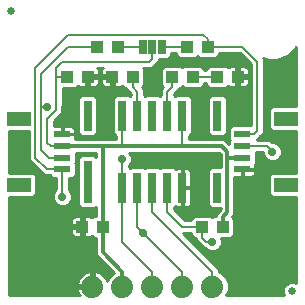
<source format=gtl>
G75*
%MOIN*%
%OFA0B0*%
%FSLAX25Y25*%
%IPPOS*%
%LPD*%
%AMOC8*
5,1,8,0,0,1.08239X$1,22.5*
%
%ADD10C,0.02500*%
%ADD11R,0.04331X0.03937*%
%ADD12R,0.02500X0.05000*%
%ADD13R,0.07874X0.04724*%
%ADD14R,0.05315X0.02362*%
%ADD15C,0.07400*%
%ADD16R,0.02756X0.10236*%
%ADD17R,0.03150X0.14173*%
%ADD18R,0.03150X0.10236*%
%ADD19C,0.00700*%
%ADD20C,0.01200*%
%ADD21C,0.00800*%
%ADD22C,0.01000*%
%ADD23C,0.02900*%
D10*
X0234833Y0048500D03*
X0141333Y0142000D03*
D11*
X0169987Y0130000D03*
X0176680Y0130000D03*
X0199987Y0130000D03*
X0206680Y0130000D03*
X0209987Y0120000D03*
X0216680Y0120000D03*
X0201680Y0120000D03*
X0194987Y0120000D03*
X0181680Y0120000D03*
X0174987Y0120000D03*
X0166680Y0120000D03*
X0159987Y0120000D03*
X0164987Y0070000D03*
X0171680Y0070000D03*
X0204987Y0070000D03*
X0211680Y0070000D03*
D12*
X0191533Y0130000D03*
X0188333Y0130000D03*
X0185133Y0130000D03*
D13*
X0143865Y0106024D03*
X0143865Y0083976D03*
X0232802Y0083976D03*
X0232802Y0106024D03*
D14*
X0218333Y0100906D03*
X0218333Y0096969D03*
X0218333Y0093031D03*
X0218333Y0089094D03*
X0158333Y0089094D03*
X0158333Y0093031D03*
X0158333Y0096969D03*
X0158333Y0100906D03*
D15*
X0168333Y0050000D03*
X0178333Y0050000D03*
X0188333Y0050000D03*
X0198333Y0050000D03*
X0208333Y0050000D03*
D16*
X0198333Y0082992D03*
X0193333Y0082992D03*
X0188333Y0082992D03*
X0183333Y0082992D03*
X0178333Y0082992D03*
X0178333Y0107008D03*
X0183333Y0107008D03*
X0188333Y0107008D03*
X0193333Y0107008D03*
X0198333Y0107008D03*
D17*
X0166680Y0084961D03*
D18*
X0209987Y0082992D03*
X0209987Y0107008D03*
X0166680Y0107008D03*
D19*
X0163333Y0115000D02*
X0158333Y0110000D01*
X0158333Y0100906D01*
X0158302Y0097000D02*
X0158333Y0096969D01*
X0153833Y0093000D02*
X0151333Y0095500D01*
X0151333Y0110000D01*
X0153333Y0110000D01*
X0151333Y0110000D02*
X0151333Y0121000D01*
X0160333Y0130000D01*
X0169987Y0130000D01*
X0176680Y0130000D02*
X0185133Y0130000D01*
X0188333Y0130000D02*
X0188333Y0126000D01*
X0187333Y0125000D02*
X0162333Y0125000D01*
X0166680Y0120000D02*
X0174987Y0120000D01*
X0174987Y0116654D01*
X0173333Y0115000D01*
X0181680Y0116654D02*
X0181680Y0120000D01*
X0181680Y0116654D02*
X0183333Y0115000D01*
X0183333Y0107008D01*
X0178333Y0107008D02*
X0178333Y0096969D01*
X0171833Y0096969D02*
X0171680Y0096815D01*
X0178333Y0093031D02*
X0178333Y0092500D01*
X0178333Y0082992D01*
X0178333Y0065000D01*
X0188333Y0075000D02*
X0188333Y0082992D01*
X0193333Y0082992D02*
X0193333Y0075000D01*
X0198333Y0070000D01*
X0204987Y0070000D01*
X0204987Y0066346D01*
X0206333Y0065000D01*
X0208333Y0065000D01*
X0203333Y0075000D02*
X0199833Y0075000D01*
X0198333Y0076500D01*
X0198333Y0082992D01*
X0218333Y0089094D02*
X0218333Y0075000D01*
X0213333Y0093000D02*
X0213365Y0093031D01*
X0218333Y0096969D02*
X0226365Y0096969D01*
X0228333Y0095000D01*
X0222239Y0100906D02*
X0218333Y0100906D01*
X0222239Y0100906D02*
X0223333Y0102000D01*
X0223333Y0125000D01*
X0218333Y0130000D01*
X0206680Y0130000D01*
X0206680Y0132654D01*
X0205333Y0134000D01*
X0160333Y0134000D01*
X0149333Y0123000D01*
X0149333Y0093000D01*
X0153239Y0089094D01*
X0158333Y0089094D01*
X0158333Y0080000D01*
X0158302Y0093000D02*
X0158333Y0093031D01*
X0153865Y0093031D01*
X0153833Y0093000D01*
X0193333Y0107008D02*
X0193333Y0115000D01*
X0194987Y0116654D01*
X0194987Y0120000D01*
X0201680Y0120000D02*
X0209987Y0120000D01*
X0216680Y0120000D02*
X0216680Y0116654D01*
X0218333Y0115000D01*
X0198333Y0107008D02*
X0198333Y0096969D01*
X0199987Y0130000D02*
X0191533Y0130000D01*
D20*
X0198333Y0096969D02*
X0178333Y0096969D01*
X0171833Y0096969D01*
X0158333Y0096969D01*
X0171680Y0096815D02*
X0171680Y0070000D01*
X0171680Y0061654D01*
X0178333Y0055000D01*
X0178333Y0050000D01*
X0211680Y0070000D02*
X0211680Y0073346D01*
X0213333Y0075000D01*
X0213333Y0093000D01*
X0213333Y0095000D01*
X0211365Y0096969D01*
X0198333Y0096969D01*
X0213365Y0093031D02*
X0218333Y0093031D01*
D21*
X0183333Y0082992D02*
X0183333Y0070000D01*
X0185333Y0068000D01*
X0198333Y0055000D01*
X0198333Y0050000D01*
X0208333Y0050000D02*
X0208333Y0055000D01*
X0188333Y0075000D01*
X0178333Y0065000D02*
X0188333Y0055000D01*
X0188333Y0050000D01*
X0158333Y0096969D02*
X0154365Y0096969D01*
X0153333Y0098000D01*
X0153333Y0106000D01*
X0156333Y0109000D01*
X0156333Y0120000D01*
X0156333Y0123000D01*
X0158333Y0125000D01*
X0162333Y0125000D01*
X0159987Y0120000D02*
X0156333Y0120000D01*
X0187333Y0125000D02*
X0188333Y0126000D01*
D22*
X0140433Y0079914D02*
X0140433Y0047100D01*
X0164013Y0047100D01*
X0163886Y0047275D01*
X0163514Y0048004D01*
X0163261Y0048782D01*
X0163148Y0049500D01*
X0167833Y0049500D01*
X0167833Y0050500D01*
X0163148Y0050500D01*
X0163261Y0051218D01*
X0163514Y0051996D01*
X0163886Y0052725D01*
X0164367Y0053388D01*
X0164946Y0053966D01*
X0165608Y0054447D01*
X0166337Y0054819D01*
X0167116Y0055072D01*
X0167833Y0055186D01*
X0167833Y0050500D01*
X0168833Y0050500D01*
X0168833Y0055186D01*
X0169551Y0055072D01*
X0170329Y0054819D01*
X0171059Y0054447D01*
X0171721Y0053966D01*
X0172300Y0053388D01*
X0172781Y0052725D01*
X0173152Y0051996D01*
X0173224Y0051776D01*
X0173755Y0053059D01*
X0175274Y0054578D01*
X0175436Y0054645D01*
X0170727Y0059354D01*
X0170727Y0059354D01*
X0169380Y0060701D01*
X0169380Y0066331D01*
X0168810Y0066331D01*
X0168192Y0066950D01*
X0168073Y0066831D01*
X0167731Y0066634D01*
X0167350Y0066531D01*
X0165471Y0066531D01*
X0165471Y0069516D01*
X0164503Y0069516D01*
X0164503Y0066531D01*
X0162624Y0066531D01*
X0162243Y0066634D01*
X0161900Y0066831D01*
X0161621Y0067110D01*
X0161424Y0067453D01*
X0161322Y0067834D01*
X0161322Y0069516D01*
X0164503Y0069516D01*
X0164503Y0070484D01*
X0161322Y0070484D01*
X0161322Y0072166D01*
X0161424Y0072547D01*
X0161621Y0072890D01*
X0161900Y0073169D01*
X0162243Y0073366D01*
X0162624Y0073468D01*
X0164503Y0073468D01*
X0164503Y0070484D01*
X0165471Y0070484D01*
X0165471Y0073468D01*
X0167350Y0073468D01*
X0167731Y0073366D01*
X0168073Y0073169D01*
X0168192Y0073050D01*
X0168810Y0073668D01*
X0169380Y0073668D01*
X0169380Y0076595D01*
X0168959Y0076174D01*
X0164401Y0076174D01*
X0163405Y0077170D01*
X0163405Y0092751D01*
X0164401Y0093747D01*
X0168959Y0093747D01*
X0169380Y0093326D01*
X0169380Y0094669D01*
X0162691Y0094669D01*
X0162691Y0091146D01*
X0162608Y0091063D01*
X0162691Y0090980D01*
X0162691Y0087209D01*
X0161695Y0086213D01*
X0160383Y0086213D01*
X0160383Y0082405D01*
X0161004Y0081784D01*
X0161483Y0080627D01*
X0161483Y0079373D01*
X0161004Y0078216D01*
X0160118Y0077330D01*
X0158960Y0076850D01*
X0157707Y0076850D01*
X0156549Y0077330D01*
X0155663Y0078216D01*
X0155183Y0079373D01*
X0155183Y0080627D01*
X0155663Y0081784D01*
X0156283Y0082405D01*
X0156283Y0086213D01*
X0154972Y0086213D01*
X0154141Y0087044D01*
X0152390Y0087044D01*
X0151189Y0088245D01*
X0147283Y0092151D01*
X0147283Y0101961D01*
X0140433Y0101961D01*
X0140433Y0088039D01*
X0148506Y0088039D01*
X0149502Y0087043D01*
X0149502Y0080910D01*
X0148506Y0079914D01*
X0140433Y0079914D01*
X0140433Y0078949D02*
X0155359Y0078949D01*
X0155183Y0079948D02*
X0148540Y0079948D01*
X0149502Y0080946D02*
X0155316Y0080946D01*
X0155823Y0081945D02*
X0149502Y0081945D01*
X0149502Y0082943D02*
X0156283Y0082943D01*
X0156283Y0083942D02*
X0149502Y0083942D01*
X0149502Y0084940D02*
X0156283Y0084940D01*
X0156283Y0085939D02*
X0149502Y0085939D01*
X0149502Y0086937D02*
X0154248Y0086937D01*
X0151498Y0087936D02*
X0148609Y0087936D01*
X0150500Y0088934D02*
X0140433Y0088934D01*
X0140433Y0089933D02*
X0149501Y0089933D01*
X0148503Y0090932D02*
X0140433Y0090932D01*
X0140433Y0091930D02*
X0147504Y0091930D01*
X0147283Y0092929D02*
X0140433Y0092929D01*
X0140433Y0093927D02*
X0147283Y0093927D01*
X0147283Y0094926D02*
X0140433Y0094926D01*
X0140433Y0095924D02*
X0147283Y0095924D01*
X0147283Y0096923D02*
X0140433Y0096923D01*
X0140433Y0097921D02*
X0147283Y0097921D01*
X0147283Y0098920D02*
X0140433Y0098920D01*
X0140433Y0099918D02*
X0147283Y0099918D01*
X0147283Y0100917D02*
X0140433Y0100917D01*
X0140433Y0101915D02*
X0147283Y0101915D01*
X0155433Y0103575D02*
X0155433Y0105130D01*
X0157203Y0106900D01*
X0158433Y0108130D01*
X0158433Y0116331D01*
X0162856Y0116331D01*
X0163475Y0116950D01*
X0163593Y0116831D01*
X0163935Y0116634D01*
X0164317Y0116531D01*
X0166196Y0116531D01*
X0166196Y0119516D01*
X0167164Y0119516D01*
X0167164Y0120484D01*
X0170345Y0120484D01*
X0170345Y0122166D01*
X0170243Y0122547D01*
X0170045Y0122890D01*
X0169985Y0122950D01*
X0171682Y0122950D01*
X0171621Y0122890D01*
X0171424Y0122547D01*
X0171322Y0122166D01*
X0171322Y0120484D01*
X0174503Y0120484D01*
X0174503Y0119516D01*
X0175471Y0119516D01*
X0175471Y0116531D01*
X0177350Y0116531D01*
X0177731Y0116634D01*
X0178073Y0116831D01*
X0178192Y0116950D01*
X0178810Y0116331D01*
X0179630Y0116331D01*
X0179630Y0115804D01*
X0181283Y0114151D01*
X0181283Y0113826D01*
X0181251Y0113826D01*
X0180833Y0113408D01*
X0180415Y0113826D01*
X0176251Y0113826D01*
X0175255Y0112830D01*
X0175255Y0101186D01*
X0176251Y0100190D01*
X0176283Y0100190D01*
X0176283Y0099268D01*
X0162422Y0099268D01*
X0162491Y0099527D01*
X0162491Y0100815D01*
X0158424Y0100815D01*
X0158424Y0100996D01*
X0162491Y0100996D01*
X0162491Y0102284D01*
X0162389Y0102666D01*
X0162191Y0103008D01*
X0161912Y0103287D01*
X0161570Y0103484D01*
X0161188Y0103587D01*
X0158424Y0103587D01*
X0158424Y0100996D01*
X0158243Y0100996D01*
X0158243Y0103587D01*
X0155478Y0103587D01*
X0155433Y0103575D01*
X0155433Y0103912D02*
X0163405Y0103912D01*
X0163405Y0102914D02*
X0162245Y0102914D01*
X0162491Y0101915D02*
X0163405Y0101915D01*
X0163405Y0101186D02*
X0164401Y0100190D01*
X0168959Y0100190D01*
X0169955Y0101186D01*
X0169955Y0112830D01*
X0168959Y0113826D01*
X0164401Y0113826D01*
X0163405Y0112830D01*
X0163405Y0101186D01*
X0163674Y0100917D02*
X0158424Y0100917D01*
X0158424Y0101915D02*
X0158243Y0101915D01*
X0158243Y0102914D02*
X0158424Y0102914D01*
X0155433Y0104911D02*
X0163405Y0104911D01*
X0163405Y0105909D02*
X0156212Y0105909D01*
X0157211Y0106908D02*
X0163405Y0106908D01*
X0163405Y0107906D02*
X0158209Y0107906D01*
X0158433Y0108905D02*
X0163405Y0108905D01*
X0163405Y0109903D02*
X0158433Y0109903D01*
X0158433Y0110902D02*
X0163405Y0110902D01*
X0163405Y0111900D02*
X0158433Y0111900D01*
X0158433Y0112899D02*
X0163474Y0112899D01*
X0169886Y0112899D02*
X0175324Y0112899D01*
X0175255Y0111900D02*
X0169955Y0111900D01*
X0169955Y0110902D02*
X0175255Y0110902D01*
X0175255Y0109903D02*
X0169955Y0109903D01*
X0169955Y0108905D02*
X0175255Y0108905D01*
X0175255Y0107906D02*
X0169955Y0107906D01*
X0169955Y0106908D02*
X0175255Y0106908D01*
X0175255Y0105909D02*
X0169955Y0105909D01*
X0169955Y0104911D02*
X0175255Y0104911D01*
X0175255Y0103912D02*
X0169955Y0103912D01*
X0169955Y0102914D02*
X0175255Y0102914D01*
X0175255Y0101915D02*
X0169955Y0101915D01*
X0169686Y0100917D02*
X0175524Y0100917D01*
X0176283Y0099918D02*
X0162491Y0099918D01*
X0162691Y0093927D02*
X0169380Y0093927D01*
X0163582Y0092929D02*
X0162691Y0092929D01*
X0162691Y0091930D02*
X0163405Y0091930D01*
X0163405Y0090932D02*
X0162691Y0090932D01*
X0162691Y0089933D02*
X0163405Y0089933D01*
X0163405Y0088934D02*
X0162691Y0088934D01*
X0162691Y0087936D02*
X0163405Y0087936D01*
X0163405Y0086937D02*
X0162419Y0086937D01*
X0163405Y0085939D02*
X0160383Y0085939D01*
X0160383Y0084940D02*
X0163405Y0084940D01*
X0163405Y0083942D02*
X0160383Y0083942D01*
X0160383Y0082943D02*
X0163405Y0082943D01*
X0163405Y0081945D02*
X0160843Y0081945D01*
X0161351Y0080946D02*
X0163405Y0080946D01*
X0163405Y0079948D02*
X0161483Y0079948D01*
X0161308Y0078949D02*
X0163405Y0078949D01*
X0163405Y0077951D02*
X0160739Y0077951D01*
X0159207Y0076952D02*
X0163622Y0076952D01*
X0169380Y0075954D02*
X0140433Y0075954D01*
X0140433Y0076952D02*
X0157460Y0076952D01*
X0155928Y0077951D02*
X0140433Y0077951D01*
X0140433Y0074955D02*
X0169380Y0074955D01*
X0169380Y0073957D02*
X0140433Y0073957D01*
X0140433Y0072958D02*
X0161690Y0072958D01*
X0161322Y0071960D02*
X0140433Y0071960D01*
X0140433Y0070961D02*
X0161322Y0070961D01*
X0161322Y0068964D02*
X0140433Y0068964D01*
X0140433Y0067966D02*
X0161322Y0067966D01*
X0161764Y0066967D02*
X0140433Y0066967D01*
X0140433Y0065969D02*
X0169380Y0065969D01*
X0169380Y0064970D02*
X0140433Y0064970D01*
X0140433Y0063972D02*
X0169380Y0063972D01*
X0169380Y0062973D02*
X0140433Y0062973D01*
X0140433Y0061975D02*
X0169380Y0061975D01*
X0169380Y0060976D02*
X0140433Y0060976D01*
X0140433Y0059978D02*
X0170103Y0059978D01*
X0171101Y0058979D02*
X0140433Y0058979D01*
X0140433Y0057981D02*
X0172100Y0057981D01*
X0173099Y0056982D02*
X0140433Y0056982D01*
X0140433Y0055984D02*
X0174097Y0055984D01*
X0175096Y0054985D02*
X0169818Y0054985D01*
X0168833Y0054985D02*
X0167833Y0054985D01*
X0166848Y0054985D02*
X0140433Y0054985D01*
X0140433Y0053987D02*
X0164974Y0053987D01*
X0164077Y0052988D02*
X0140433Y0052988D01*
X0140433Y0051990D02*
X0163512Y0051990D01*
X0163225Y0050991D02*
X0140433Y0050991D01*
X0140433Y0049993D02*
X0167833Y0049993D01*
X0167833Y0050991D02*
X0168833Y0050991D01*
X0168833Y0051990D02*
X0167833Y0051990D01*
X0167833Y0052988D02*
X0168833Y0052988D01*
X0168833Y0053987D02*
X0167833Y0053987D01*
X0171693Y0053987D02*
X0174683Y0053987D01*
X0173726Y0052988D02*
X0172590Y0052988D01*
X0173154Y0051990D02*
X0173313Y0051990D01*
X0163519Y0047996D02*
X0140433Y0047996D01*
X0140433Y0048994D02*
X0163228Y0048994D01*
X0200334Y0065969D02*
X0202937Y0065969D01*
X0202937Y0066331D02*
X0202937Y0065497D01*
X0204283Y0064151D01*
X0205484Y0062950D01*
X0205929Y0062950D01*
X0206549Y0062330D01*
X0207707Y0061850D01*
X0208960Y0061850D01*
X0210118Y0062330D01*
X0211004Y0063216D01*
X0211483Y0064373D01*
X0211483Y0065627D01*
X0211191Y0066331D01*
X0214549Y0066331D01*
X0215545Y0067327D01*
X0215545Y0072673D01*
X0214902Y0073316D01*
X0215633Y0074047D01*
X0215633Y0086413D01*
X0218243Y0086413D01*
X0218243Y0089004D01*
X0218424Y0089004D01*
X0218424Y0089185D01*
X0222491Y0089185D01*
X0222491Y0090473D01*
X0222391Y0090846D01*
X0222691Y0091146D01*
X0222691Y0094917D01*
X0222689Y0094919D01*
X0225183Y0094919D01*
X0225183Y0094373D01*
X0225663Y0093216D01*
X0226549Y0092330D01*
X0227707Y0091850D01*
X0228960Y0091850D01*
X0230118Y0092330D01*
X0231004Y0093216D01*
X0231483Y0094373D01*
X0231483Y0095627D01*
X0231004Y0096784D01*
X0230118Y0097670D01*
X0228960Y0098150D01*
X0228082Y0098150D01*
X0227214Y0099018D01*
X0223251Y0099018D01*
X0224289Y0100056D01*
X0225383Y0101151D01*
X0225383Y0125849D01*
X0225035Y0126197D01*
X0226676Y0125600D01*
X0229991Y0125600D01*
X0233106Y0126734D01*
X0235645Y0128865D01*
X0236233Y0129883D01*
X0236233Y0110086D01*
X0228161Y0110086D01*
X0227165Y0109090D01*
X0227165Y0102957D01*
X0228161Y0101961D01*
X0236233Y0101961D01*
X0236233Y0088039D01*
X0228161Y0088039D01*
X0227165Y0087043D01*
X0227165Y0080910D01*
X0228161Y0079914D01*
X0236233Y0079914D01*
X0236233Y0051113D01*
X0235420Y0051450D01*
X0234247Y0051450D01*
X0233162Y0051001D01*
X0232332Y0050171D01*
X0231883Y0049087D01*
X0231883Y0047913D01*
X0232220Y0047100D01*
X0212977Y0047100D01*
X0213733Y0048926D01*
X0213733Y0051074D01*
X0212911Y0053059D01*
X0211392Y0054578D01*
X0210433Y0054975D01*
X0210433Y0055870D01*
X0209203Y0057100D01*
X0198353Y0067950D01*
X0201122Y0067950D01*
X0201122Y0067327D01*
X0202117Y0066331D01*
X0202937Y0066331D01*
X0203464Y0064970D02*
X0201333Y0064970D01*
X0202331Y0063972D02*
X0204462Y0063972D01*
X0205461Y0062973D02*
X0203330Y0062973D01*
X0204328Y0061975D02*
X0207406Y0061975D01*
X0209261Y0061975D02*
X0236233Y0061975D01*
X0236233Y0062973D02*
X0210761Y0062973D01*
X0211317Y0063972D02*
X0236233Y0063972D01*
X0236233Y0064970D02*
X0211483Y0064970D01*
X0211342Y0065969D02*
X0236233Y0065969D01*
X0236233Y0066967D02*
X0215185Y0066967D01*
X0215545Y0067966D02*
X0236233Y0067966D01*
X0236233Y0068964D02*
X0215545Y0068964D01*
X0215545Y0069963D02*
X0236233Y0069963D01*
X0236233Y0070961D02*
X0215545Y0070961D01*
X0215545Y0071960D02*
X0236233Y0071960D01*
X0236233Y0072958D02*
X0215259Y0072958D01*
X0215543Y0073957D02*
X0236233Y0073957D01*
X0236233Y0074955D02*
X0215633Y0074955D01*
X0215633Y0075954D02*
X0236233Y0075954D01*
X0236233Y0076952D02*
X0215633Y0076952D01*
X0215633Y0077951D02*
X0236233Y0077951D01*
X0236233Y0078949D02*
X0215633Y0078949D01*
X0215633Y0079948D02*
X0228127Y0079948D01*
X0227165Y0080946D02*
X0215633Y0080946D01*
X0215633Y0081945D02*
X0227165Y0081945D01*
X0227165Y0082943D02*
X0215633Y0082943D01*
X0215633Y0083942D02*
X0227165Y0083942D01*
X0227165Y0084940D02*
X0215633Y0084940D01*
X0215633Y0085939D02*
X0227165Y0085939D01*
X0227165Y0086937D02*
X0222136Y0086937D01*
X0222191Y0086992D02*
X0222389Y0087334D01*
X0222491Y0087716D01*
X0222491Y0089004D01*
X0218424Y0089004D01*
X0218424Y0086413D01*
X0221188Y0086413D01*
X0221570Y0086516D01*
X0221912Y0086713D01*
X0222191Y0086992D01*
X0222491Y0087936D02*
X0228058Y0087936D01*
X0222491Y0088934D02*
X0236233Y0088934D01*
X0236233Y0089933D02*
X0222491Y0089933D01*
X0222476Y0090932D02*
X0236233Y0090932D01*
X0236233Y0091930D02*
X0229153Y0091930D01*
X0227514Y0091930D02*
X0222691Y0091930D01*
X0222691Y0092929D02*
X0225950Y0092929D01*
X0225368Y0093927D02*
X0222691Y0093927D01*
X0229512Y0097921D02*
X0236233Y0097921D01*
X0236233Y0096923D02*
X0230866Y0096923D01*
X0231360Y0095924D02*
X0236233Y0095924D01*
X0236233Y0094926D02*
X0231483Y0094926D01*
X0231298Y0093927D02*
X0236233Y0093927D01*
X0236233Y0092929D02*
X0230717Y0092929D01*
X0218424Y0088934D02*
X0218243Y0088934D01*
X0218243Y0087936D02*
X0218424Y0087936D01*
X0218424Y0086937D02*
X0218243Y0086937D01*
X0211033Y0089810D02*
X0207708Y0089810D01*
X0206712Y0088814D01*
X0206712Y0077170D01*
X0207708Y0076174D01*
X0211033Y0076174D01*
X0211033Y0075953D01*
X0209380Y0074299D01*
X0209380Y0073668D01*
X0208810Y0073668D01*
X0208333Y0073192D01*
X0207856Y0073668D01*
X0202117Y0073668D01*
X0201122Y0072673D01*
X0201122Y0072050D01*
X0199182Y0072050D01*
X0195383Y0075849D01*
X0195383Y0076174D01*
X0195415Y0076174D01*
X0195975Y0076733D01*
X0196034Y0076674D01*
X0196376Y0076476D01*
X0196758Y0076374D01*
X0198144Y0076374D01*
X0198144Y0082803D01*
X0198522Y0082803D01*
X0198522Y0076374D01*
X0199909Y0076374D01*
X0200290Y0076476D01*
X0200632Y0076674D01*
X0200912Y0076953D01*
X0201109Y0077295D01*
X0201211Y0077677D01*
X0201211Y0082803D01*
X0198522Y0082803D01*
X0198522Y0083181D01*
X0198144Y0083181D01*
X0198144Y0089610D01*
X0196758Y0089610D01*
X0196376Y0089508D01*
X0196034Y0089311D01*
X0195975Y0089251D01*
X0195415Y0089810D01*
X0191251Y0089810D01*
X0190833Y0089392D01*
X0190415Y0089810D01*
X0186251Y0089810D01*
X0185833Y0089392D01*
X0185415Y0089810D01*
X0181251Y0089810D01*
X0180833Y0089392D01*
X0180415Y0089810D01*
X0180383Y0089810D01*
X0180383Y0090095D01*
X0181004Y0090716D01*
X0181483Y0091873D01*
X0181483Y0093127D01*
X0181004Y0094284D01*
X0180620Y0094669D01*
X0210412Y0094669D01*
X0211033Y0094047D01*
X0211033Y0089810D01*
X0211033Y0089933D02*
X0180383Y0089933D01*
X0181093Y0090932D02*
X0211033Y0090932D01*
X0211033Y0091930D02*
X0181483Y0091930D01*
X0181483Y0092929D02*
X0211033Y0092929D01*
X0211033Y0093927D02*
X0181152Y0093927D01*
X0198144Y0088934D02*
X0198522Y0088934D01*
X0198522Y0089610D02*
X0198522Y0083181D01*
X0201211Y0083181D01*
X0201211Y0088308D01*
X0201109Y0088689D01*
X0200912Y0089031D01*
X0200632Y0089311D01*
X0200290Y0089508D01*
X0199909Y0089610D01*
X0198522Y0089610D01*
X0198522Y0087936D02*
X0198144Y0087936D01*
X0198144Y0086937D02*
X0198522Y0086937D01*
X0198522Y0085939D02*
X0198144Y0085939D01*
X0198144Y0084940D02*
X0198522Y0084940D01*
X0198522Y0083942D02*
X0198144Y0083942D01*
X0198522Y0082943D02*
X0206712Y0082943D01*
X0206712Y0081945D02*
X0201211Y0081945D01*
X0201211Y0080946D02*
X0206712Y0080946D01*
X0206712Y0079948D02*
X0201211Y0079948D01*
X0201211Y0078949D02*
X0206712Y0078949D01*
X0206712Y0077951D02*
X0201211Y0077951D01*
X0200911Y0076952D02*
X0206930Y0076952D01*
X0210036Y0074955D02*
X0196277Y0074955D01*
X0195383Y0075954D02*
X0211033Y0075954D01*
X0209380Y0073957D02*
X0197276Y0073957D01*
X0198274Y0072958D02*
X0201407Y0072958D01*
X0198522Y0076952D02*
X0198144Y0076952D01*
X0198144Y0077951D02*
X0198522Y0077951D01*
X0198522Y0078949D02*
X0198144Y0078949D01*
X0198144Y0079948D02*
X0198522Y0079948D01*
X0198522Y0080946D02*
X0198144Y0080946D01*
X0198144Y0081945D02*
X0198522Y0081945D01*
X0201211Y0083942D02*
X0206712Y0083942D01*
X0206712Y0084940D02*
X0201211Y0084940D01*
X0201211Y0085939D02*
X0206712Y0085939D01*
X0206712Y0086937D02*
X0201211Y0086937D01*
X0201211Y0087936D02*
X0206712Y0087936D01*
X0206832Y0088934D02*
X0200967Y0088934D01*
X0212318Y0099268D02*
X0213976Y0097610D01*
X0213976Y0098854D01*
X0214059Y0098937D01*
X0213976Y0099020D01*
X0213976Y0102791D01*
X0214972Y0103787D01*
X0221283Y0103787D01*
X0221283Y0124151D01*
X0217484Y0127950D01*
X0210545Y0127950D01*
X0210545Y0127327D01*
X0209549Y0126331D01*
X0203810Y0126331D01*
X0203333Y0126808D01*
X0202856Y0126331D01*
X0197117Y0126331D01*
X0196122Y0127327D01*
X0196122Y0127950D01*
X0194483Y0127950D01*
X0194483Y0126796D01*
X0193487Y0125800D01*
X0190433Y0125800D01*
X0190433Y0125130D01*
X0188203Y0122900D01*
X0186463Y0122900D01*
X0186413Y0122950D01*
X0185268Y0122950D01*
X0185545Y0122673D01*
X0185545Y0117327D01*
X0184725Y0116507D01*
X0185383Y0115849D01*
X0185383Y0113826D01*
X0185415Y0113826D01*
X0185833Y0113408D01*
X0186251Y0113826D01*
X0190415Y0113826D01*
X0190833Y0113408D01*
X0191251Y0113826D01*
X0191283Y0113826D01*
X0191283Y0115849D01*
X0191942Y0116507D01*
X0191122Y0117327D01*
X0191122Y0122673D01*
X0192117Y0123668D01*
X0197856Y0123668D01*
X0198333Y0123192D01*
X0198810Y0123668D01*
X0204549Y0123668D01*
X0205545Y0122673D01*
X0205545Y0122050D01*
X0206122Y0122050D01*
X0206122Y0122673D01*
X0207117Y0123668D01*
X0212856Y0123668D01*
X0213475Y0123050D01*
X0213593Y0123169D01*
X0213935Y0123366D01*
X0214317Y0123468D01*
X0216196Y0123468D01*
X0216196Y0120484D01*
X0217164Y0120484D01*
X0220345Y0120484D01*
X0220345Y0122166D01*
X0220243Y0122547D01*
X0220045Y0122890D01*
X0219766Y0123169D01*
X0219424Y0123366D01*
X0219043Y0123468D01*
X0217164Y0123468D01*
X0217164Y0120484D01*
X0217164Y0119516D01*
X0220345Y0119516D01*
X0220345Y0117834D01*
X0220243Y0117453D01*
X0220045Y0117110D01*
X0219766Y0116831D01*
X0219424Y0116634D01*
X0219043Y0116531D01*
X0217164Y0116531D01*
X0217164Y0119516D01*
X0216196Y0119516D01*
X0216196Y0116531D01*
X0214317Y0116531D01*
X0213935Y0116634D01*
X0213593Y0116831D01*
X0213475Y0116950D01*
X0212856Y0116331D01*
X0207117Y0116331D01*
X0206122Y0117327D01*
X0206122Y0117950D01*
X0205545Y0117950D01*
X0205545Y0117327D01*
X0204549Y0116331D01*
X0198810Y0116331D01*
X0198333Y0116808D01*
X0197856Y0116331D01*
X0197037Y0116331D01*
X0197037Y0115804D01*
X0195383Y0114151D01*
X0195383Y0113826D01*
X0195415Y0113826D01*
X0195833Y0113408D01*
X0196251Y0113826D01*
X0200415Y0113826D01*
X0201411Y0112830D01*
X0201411Y0101186D01*
X0200415Y0100190D01*
X0200383Y0100190D01*
X0200383Y0099268D01*
X0212318Y0099268D01*
X0212666Y0098920D02*
X0214042Y0098920D01*
X0213976Y0099918D02*
X0200383Y0099918D01*
X0201142Y0100917D02*
X0206981Y0100917D01*
X0206712Y0101186D02*
X0207708Y0100190D01*
X0212266Y0100190D01*
X0213262Y0101186D01*
X0213262Y0112830D01*
X0212266Y0113826D01*
X0207708Y0113826D01*
X0206712Y0112830D01*
X0206712Y0101186D01*
X0206712Y0101915D02*
X0201411Y0101915D01*
X0201411Y0102914D02*
X0206712Y0102914D01*
X0206712Y0103912D02*
X0201411Y0103912D01*
X0201411Y0104911D02*
X0206712Y0104911D01*
X0206712Y0105909D02*
X0201411Y0105909D01*
X0201411Y0106908D02*
X0206712Y0106908D01*
X0206712Y0107906D02*
X0201411Y0107906D01*
X0201411Y0108905D02*
X0206712Y0108905D01*
X0206712Y0109903D02*
X0201411Y0109903D01*
X0201411Y0110902D02*
X0206712Y0110902D01*
X0206712Y0111900D02*
X0201411Y0111900D01*
X0201343Y0112899D02*
X0206781Y0112899D01*
X0213193Y0112899D02*
X0221283Y0112899D01*
X0221283Y0113897D02*
X0195383Y0113897D01*
X0196128Y0114896D02*
X0221283Y0114896D01*
X0221283Y0115894D02*
X0197037Y0115894D01*
X0191556Y0116893D02*
X0185111Y0116893D01*
X0185338Y0115894D02*
X0191329Y0115894D01*
X0191283Y0114896D02*
X0185383Y0114896D01*
X0185383Y0113897D02*
X0191283Y0113897D01*
X0191122Y0117891D02*
X0185545Y0117891D01*
X0185545Y0118890D02*
X0191122Y0118890D01*
X0191122Y0119888D02*
X0185545Y0119888D01*
X0185545Y0120887D02*
X0191122Y0120887D01*
X0191122Y0121885D02*
X0185545Y0121885D01*
X0185334Y0122884D02*
X0191333Y0122884D01*
X0190184Y0124881D02*
X0220553Y0124881D01*
X0221283Y0123882D02*
X0189186Y0123882D01*
X0193567Y0125879D02*
X0219555Y0125879D01*
X0218556Y0126878D02*
X0210096Y0126878D01*
X0210545Y0127876D02*
X0217558Y0127876D01*
X0225353Y0125879D02*
X0225908Y0125879D01*
X0225383Y0124881D02*
X0236233Y0124881D01*
X0236233Y0125879D02*
X0230758Y0125879D01*
X0233106Y0126734D02*
X0233106Y0126734D01*
X0233278Y0126878D02*
X0236233Y0126878D01*
X0236233Y0127876D02*
X0234468Y0127876D01*
X0235645Y0128865D02*
X0235645Y0128865D01*
X0235645Y0128865D01*
X0235651Y0128875D02*
X0236233Y0128875D01*
X0236228Y0129873D02*
X0236233Y0129873D01*
X0236233Y0123882D02*
X0225383Y0123882D01*
X0225383Y0122884D02*
X0236233Y0122884D01*
X0236233Y0121885D02*
X0225383Y0121885D01*
X0225383Y0120887D02*
X0236233Y0120887D01*
X0236233Y0119888D02*
X0225383Y0119888D01*
X0225383Y0118890D02*
X0236233Y0118890D01*
X0236233Y0117891D02*
X0225383Y0117891D01*
X0225383Y0116893D02*
X0236233Y0116893D01*
X0236233Y0115894D02*
X0225383Y0115894D01*
X0225383Y0114896D02*
X0236233Y0114896D01*
X0236233Y0113897D02*
X0225383Y0113897D01*
X0225383Y0112899D02*
X0236233Y0112899D01*
X0236233Y0111900D02*
X0225383Y0111900D01*
X0225383Y0110902D02*
X0236233Y0110902D01*
X0227978Y0109903D02*
X0225383Y0109903D01*
X0225383Y0108905D02*
X0227165Y0108905D01*
X0227165Y0107906D02*
X0225383Y0107906D01*
X0225383Y0106908D02*
X0227165Y0106908D01*
X0227165Y0105909D02*
X0225383Y0105909D01*
X0225383Y0104911D02*
X0227165Y0104911D01*
X0227165Y0103912D02*
X0225383Y0103912D01*
X0225383Y0102914D02*
X0227208Y0102914D01*
X0225383Y0101915D02*
X0236233Y0101915D01*
X0236233Y0100917D02*
X0225149Y0100917D01*
X0224151Y0099918D02*
X0236233Y0099918D01*
X0236233Y0098920D02*
X0227313Y0098920D01*
X0221283Y0103912D02*
X0213262Y0103912D01*
X0213262Y0102914D02*
X0214099Y0102914D01*
X0213976Y0101915D02*
X0213262Y0101915D01*
X0212993Y0100917D02*
X0213976Y0100917D01*
X0213976Y0097921D02*
X0213665Y0097921D01*
X0213262Y0104911D02*
X0221283Y0104911D01*
X0221283Y0105909D02*
X0213262Y0105909D01*
X0213262Y0106908D02*
X0221283Y0106908D01*
X0221283Y0107906D02*
X0213262Y0107906D01*
X0213262Y0108905D02*
X0221283Y0108905D01*
X0221283Y0109903D02*
X0213262Y0109903D01*
X0213262Y0110902D02*
X0221283Y0110902D01*
X0221283Y0111900D02*
X0213262Y0111900D01*
X0213418Y0116893D02*
X0213532Y0116893D01*
X0216196Y0116893D02*
X0217164Y0116893D01*
X0217164Y0117891D02*
X0216196Y0117891D01*
X0216196Y0118890D02*
X0217164Y0118890D01*
X0217164Y0119888D02*
X0221283Y0119888D01*
X0221283Y0118890D02*
X0220345Y0118890D01*
X0220345Y0117891D02*
X0221283Y0117891D01*
X0221283Y0116893D02*
X0219828Y0116893D01*
X0220345Y0120887D02*
X0221283Y0120887D01*
X0221283Y0121885D02*
X0220345Y0121885D01*
X0220049Y0122884D02*
X0221283Y0122884D01*
X0217164Y0122884D02*
X0216196Y0122884D01*
X0216196Y0121885D02*
X0217164Y0121885D01*
X0217164Y0120887D02*
X0216196Y0120887D01*
X0206556Y0116893D02*
X0205111Y0116893D01*
X0205545Y0117891D02*
X0206122Y0117891D01*
X0206333Y0122884D02*
X0205334Y0122884D01*
X0196571Y0126878D02*
X0194483Y0126878D01*
X0194483Y0127876D02*
X0196122Y0127876D01*
X0175471Y0118890D02*
X0174503Y0118890D01*
X0174503Y0119516D02*
X0174503Y0116531D01*
X0172624Y0116531D01*
X0172243Y0116634D01*
X0171900Y0116831D01*
X0171621Y0117110D01*
X0171424Y0117453D01*
X0171322Y0117834D01*
X0171322Y0119516D01*
X0174503Y0119516D01*
X0174503Y0119888D02*
X0167164Y0119888D01*
X0167164Y0119516D02*
X0170345Y0119516D01*
X0170345Y0117834D01*
X0170243Y0117453D01*
X0170045Y0117110D01*
X0169766Y0116831D01*
X0169424Y0116634D01*
X0169043Y0116531D01*
X0167164Y0116531D01*
X0167164Y0119516D01*
X0167164Y0118890D02*
X0166196Y0118890D01*
X0166196Y0117891D02*
X0167164Y0117891D01*
X0167164Y0116893D02*
X0166196Y0116893D01*
X0163532Y0116893D02*
X0163418Y0116893D01*
X0169828Y0116893D02*
X0171839Y0116893D01*
X0171322Y0117891D02*
X0170345Y0117891D01*
X0170345Y0118890D02*
X0171322Y0118890D01*
X0171322Y0120887D02*
X0170345Y0120887D01*
X0170345Y0121885D02*
X0171322Y0121885D01*
X0171618Y0122884D02*
X0170049Y0122884D01*
X0174503Y0117891D02*
X0175471Y0117891D01*
X0175471Y0116893D02*
X0174503Y0116893D01*
X0178135Y0116893D02*
X0178249Y0116893D01*
X0179630Y0115894D02*
X0158433Y0115894D01*
X0158433Y0114896D02*
X0180538Y0114896D01*
X0181283Y0113897D02*
X0158433Y0113897D01*
X0164503Y0072958D02*
X0165471Y0072958D01*
X0165471Y0071960D02*
X0164503Y0071960D01*
X0164503Y0070961D02*
X0165471Y0070961D01*
X0164503Y0069963D02*
X0140433Y0069963D01*
X0164503Y0068964D02*
X0165471Y0068964D01*
X0165471Y0067966D02*
X0164503Y0067966D01*
X0164503Y0066967D02*
X0165471Y0066967D01*
X0199336Y0066967D02*
X0201482Y0066967D01*
X0205327Y0060976D02*
X0236233Y0060976D01*
X0236233Y0059978D02*
X0206325Y0059978D01*
X0207324Y0058979D02*
X0236233Y0058979D01*
X0236233Y0057981D02*
X0208323Y0057981D01*
X0209203Y0057100D02*
X0209203Y0057100D01*
X0209321Y0056982D02*
X0236233Y0056982D01*
X0236233Y0055984D02*
X0210320Y0055984D01*
X0210433Y0054985D02*
X0236233Y0054985D01*
X0236233Y0053987D02*
X0211983Y0053987D01*
X0212941Y0052988D02*
X0236233Y0052988D01*
X0236233Y0051990D02*
X0213354Y0051990D01*
X0213733Y0050991D02*
X0233152Y0050991D01*
X0232259Y0049993D02*
X0213733Y0049993D01*
X0213733Y0048994D02*
X0231883Y0048994D01*
X0231883Y0047996D02*
X0213348Y0047996D01*
D23*
X0208333Y0065000D03*
X0203333Y0075000D03*
X0218333Y0075000D03*
X0185333Y0068000D03*
X0158333Y0080000D03*
X0178333Y0092500D03*
X0153333Y0110000D03*
X0163333Y0115000D03*
X0173333Y0115000D03*
X0218333Y0115000D03*
X0228333Y0095000D03*
M02*

</source>
